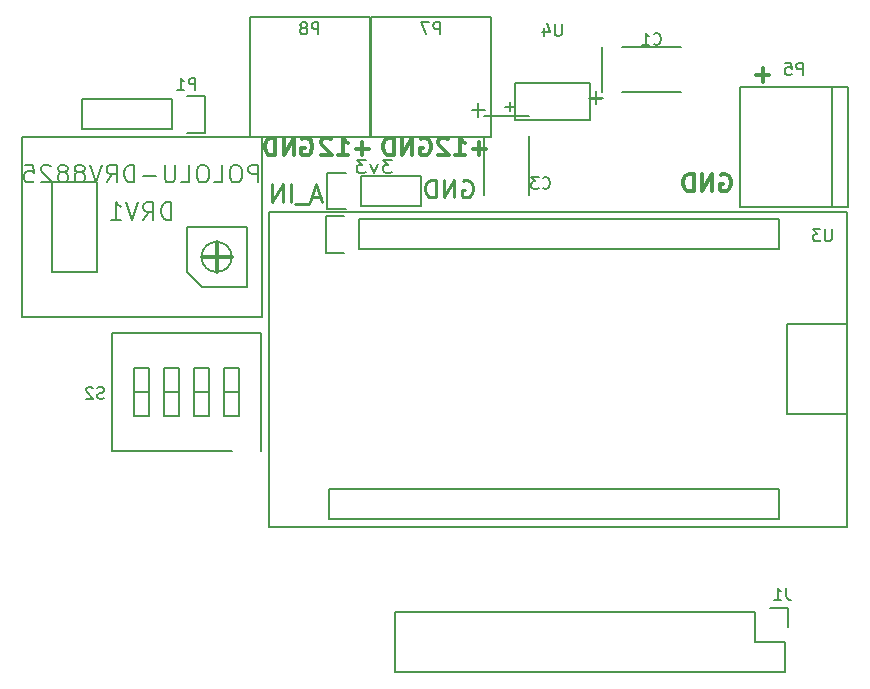
<source format=gbo>
G04 #@! TF.FileFunction,Legend,Bot*
%FSLAX46Y46*%
G04 Gerber Fmt 4.6, Leading zero omitted, Abs format (unit mm)*
G04 Created by KiCad (PCBNEW 4.0.2-stable) date 17/08/2016 11:41:13*
%MOMM*%
G01*
G04 APERTURE LIST*
%ADD10C,0.100000*%
%ADD11C,0.300000*%
%ADD12C,0.250000*%
%ADD13C,0.150000*%
G04 APERTURE END LIST*
D10*
D11*
X-11430143Y-13347000D02*
X-11287286Y-13275571D01*
X-11073000Y-13275571D01*
X-10858715Y-13347000D01*
X-10715857Y-13489857D01*
X-10644429Y-13632714D01*
X-10573000Y-13918429D01*
X-10573000Y-14132714D01*
X-10644429Y-14418429D01*
X-10715857Y-14561286D01*
X-10858715Y-14704143D01*
X-11073000Y-14775571D01*
X-11215857Y-14775571D01*
X-11430143Y-14704143D01*
X-11501572Y-14632714D01*
X-11501572Y-14132714D01*
X-11215857Y-14132714D01*
X-12144429Y-14775571D02*
X-12144429Y-13275571D01*
X-13001572Y-14775571D01*
X-13001572Y-13275571D01*
X-13715858Y-14775571D02*
X-13715858Y-13275571D01*
X-14073001Y-13275571D01*
X-14287286Y-13347000D01*
X-14430144Y-13489857D01*
X-14501572Y-13632714D01*
X-14573001Y-13918429D01*
X-14573001Y-14132714D01*
X-14501572Y-14418429D01*
X-14430144Y-14561286D01*
X-14287286Y-14704143D01*
X-14073001Y-14775571D01*
X-13715858Y-14775571D01*
X-8445428Y-4933143D02*
X-7302571Y-4933143D01*
X-7874000Y-5504571D02*
X-7874000Y-4361714D01*
X-46863143Y-10299000D02*
X-46720286Y-10227571D01*
X-46506000Y-10227571D01*
X-46291715Y-10299000D01*
X-46148857Y-10441857D01*
X-46077429Y-10584714D01*
X-46006000Y-10870429D01*
X-46006000Y-11084714D01*
X-46077429Y-11370429D01*
X-46148857Y-11513286D01*
X-46291715Y-11656143D01*
X-46506000Y-11727571D01*
X-46648857Y-11727571D01*
X-46863143Y-11656143D01*
X-46934572Y-11584714D01*
X-46934572Y-11084714D01*
X-46648857Y-11084714D01*
X-47577429Y-11727571D02*
X-47577429Y-10227571D01*
X-48434572Y-11727571D01*
X-48434572Y-10227571D01*
X-49148858Y-11727571D02*
X-49148858Y-10227571D01*
X-49506001Y-10227571D01*
X-49720286Y-10299000D01*
X-49863144Y-10441857D01*
X-49934572Y-10584714D01*
X-50006001Y-10870429D01*
X-50006001Y-11084714D01*
X-49934572Y-11370429D01*
X-49863144Y-11513286D01*
X-49720286Y-11656143D01*
X-49506001Y-11727571D01*
X-49148858Y-11727571D01*
X-41180001Y-11156143D02*
X-42322858Y-11156143D01*
X-41751429Y-11727571D02*
X-41751429Y-10584714D01*
X-43822858Y-11727571D02*
X-42965715Y-11727571D01*
X-43394287Y-11727571D02*
X-43394287Y-10227571D01*
X-43251430Y-10441857D01*
X-43108572Y-10584714D01*
X-42965715Y-10656143D01*
X-44394286Y-10370429D02*
X-44465715Y-10299000D01*
X-44608572Y-10227571D01*
X-44965715Y-10227571D01*
X-45108572Y-10299000D01*
X-45180001Y-10370429D01*
X-45251429Y-10513286D01*
X-45251429Y-10656143D01*
X-45180001Y-10870429D01*
X-44322858Y-11727571D01*
X-45251429Y-11727571D01*
X-36830143Y-10299000D02*
X-36687286Y-10227571D01*
X-36473000Y-10227571D01*
X-36258715Y-10299000D01*
X-36115857Y-10441857D01*
X-36044429Y-10584714D01*
X-35973000Y-10870429D01*
X-35973000Y-11084714D01*
X-36044429Y-11370429D01*
X-36115857Y-11513286D01*
X-36258715Y-11656143D01*
X-36473000Y-11727571D01*
X-36615857Y-11727571D01*
X-36830143Y-11656143D01*
X-36901572Y-11584714D01*
X-36901572Y-11084714D01*
X-36615857Y-11084714D01*
X-37544429Y-11727571D02*
X-37544429Y-10227571D01*
X-38401572Y-11727571D01*
X-38401572Y-10227571D01*
X-39115858Y-11727571D02*
X-39115858Y-10227571D01*
X-39473001Y-10227571D01*
X-39687286Y-10299000D01*
X-39830144Y-10441857D01*
X-39901572Y-10584714D01*
X-39973001Y-10870429D01*
X-39973001Y-11084714D01*
X-39901572Y-11370429D01*
X-39830144Y-11513286D01*
X-39687286Y-11656143D01*
X-39473001Y-11727571D01*
X-39115858Y-11727571D01*
X-31274001Y-11156143D02*
X-32416858Y-11156143D01*
X-31845429Y-11727571D02*
X-31845429Y-10584714D01*
X-33916858Y-11727571D02*
X-33059715Y-11727571D01*
X-33488287Y-11727571D02*
X-33488287Y-10227571D01*
X-33345430Y-10441857D01*
X-33202572Y-10584714D01*
X-33059715Y-10656143D01*
X-34488286Y-10370429D02*
X-34559715Y-10299000D01*
X-34702572Y-10227571D01*
X-35059715Y-10227571D01*
X-35202572Y-10299000D01*
X-35274001Y-10370429D01*
X-35345429Y-10513286D01*
X-35345429Y-10656143D01*
X-35274001Y-10870429D01*
X-34416858Y-11727571D01*
X-35345429Y-11727571D01*
D12*
X-33274143Y-13855000D02*
X-33131286Y-13783571D01*
X-32917000Y-13783571D01*
X-32702715Y-13855000D01*
X-32559857Y-13997857D01*
X-32488429Y-14140714D01*
X-32417000Y-14426429D01*
X-32417000Y-14640714D01*
X-32488429Y-14926429D01*
X-32559857Y-15069286D01*
X-32702715Y-15212143D01*
X-32917000Y-15283571D01*
X-33059857Y-15283571D01*
X-33274143Y-15212143D01*
X-33345572Y-15140714D01*
X-33345572Y-14640714D01*
X-33059857Y-14640714D01*
X-33988429Y-15283571D02*
X-33988429Y-13783571D01*
X-34845572Y-15283571D01*
X-34845572Y-13783571D01*
X-35559858Y-15283571D02*
X-35559858Y-13783571D01*
X-35917001Y-13783571D01*
X-36131286Y-13855000D01*
X-36274144Y-13997857D01*
X-36345572Y-14140714D01*
X-36417001Y-14426429D01*
X-36417001Y-14640714D01*
X-36345572Y-14926429D01*
X-36274144Y-15069286D01*
X-36131286Y-15212143D01*
X-35917001Y-15283571D01*
X-35559858Y-15283571D01*
D13*
X-39219381Y-12097619D02*
X-40024143Y-12097619D01*
X-39590810Y-12516667D01*
X-39776524Y-12516667D01*
X-39900334Y-12569048D01*
X-39962238Y-12621429D01*
X-40024143Y-12726190D01*
X-40024143Y-12988095D01*
X-39962238Y-13092857D01*
X-39900334Y-13145238D01*
X-39776524Y-13197619D01*
X-39405096Y-13197619D01*
X-39281286Y-13145238D01*
X-39219381Y-13092857D01*
X-40457476Y-12464286D02*
X-40767000Y-13197619D01*
X-41076524Y-12464286D01*
X-41447952Y-12097619D02*
X-42252714Y-12097619D01*
X-41819381Y-12516667D01*
X-42005095Y-12516667D01*
X-42128905Y-12569048D01*
X-42190809Y-12621429D01*
X-42252714Y-12726190D01*
X-42252714Y-12988095D01*
X-42190809Y-13092857D01*
X-42128905Y-13145238D01*
X-42005095Y-13197619D01*
X-41633667Y-13197619D01*
X-41509857Y-13145238D01*
X-41447952Y-13092857D01*
D12*
X-45299571Y-15236000D02*
X-46013857Y-15236000D01*
X-45156714Y-15664571D02*
X-45656714Y-14164571D01*
X-46156714Y-15664571D01*
X-46299571Y-15807429D02*
X-47442428Y-15807429D01*
X-47799571Y-15664571D02*
X-47799571Y-14164571D01*
X-48513857Y-15664571D02*
X-48513857Y-14164571D01*
X-49371000Y-15664571D01*
X-49371000Y-14164571D01*
D13*
X-51308000Y0D02*
X-41148000Y0D01*
X-46101000Y-10160000D02*
X-51308000Y-10160000D01*
X-51308000Y0D02*
X-51308000Y-10160000D01*
X-46228000Y-10160000D02*
X-41148000Y-10160000D01*
X-41148000Y-10160000D02*
X-41148000Y0D01*
X-5842000Y-33655000D02*
X-762000Y-33655000D01*
X-5842000Y-26035000D02*
X-5842000Y-33655000D01*
X-762000Y-26035000D02*
X-5842000Y-26035000D01*
X-762000Y-16510000D02*
X-49657000Y-16510000D01*
X-762000Y-43180000D02*
X-762000Y-16510000D01*
X-49657000Y-43180000D02*
X-762000Y-43180000D01*
X-49657000Y-16510000D02*
X-49657000Y-43180000D01*
X-42037000Y-17145000D02*
X-6477000Y-17145000D01*
X-6477000Y-17145000D02*
X-6477000Y-19685000D01*
X-6477000Y-19685000D02*
X-42037000Y-19685000D01*
X-44857000Y-19965000D02*
X-43307000Y-19965000D01*
X-42037000Y-19685000D02*
X-42037000Y-17145000D01*
X-43307000Y-16865000D02*
X-44857000Y-16865000D01*
X-44857000Y-16865000D02*
X-44857000Y-19965000D01*
X-6477000Y-40005000D02*
X-6477000Y-42545000D01*
X-44577000Y-40005000D02*
X-6477000Y-40005000D01*
X-44577000Y-42545000D02*
X-44577000Y-40005000D01*
X-6477000Y-42545000D02*
X-44577000Y-42545000D01*
X-21473160Y-6344920D02*
X-21473160Y-2545080D01*
X-14772640Y-6344920D02*
X-19771360Y-6344920D01*
X-14775180Y-2545080D02*
X-19773900Y-2545080D01*
X-21976080Y-7348220D02*
X-21976080Y-6248400D01*
X-22575520Y-6847840D02*
X-21376640Y-6847840D01*
X-52832000Y-20320000D02*
G75*
G03X-52832000Y-20320000I-1270000J0D01*
G01*
X-51562000Y-22860000D02*
X-51562000Y-17780000D01*
X-51562000Y-17780000D02*
X-56642000Y-17780000D01*
X-56642000Y-17780000D02*
X-56642000Y-21590000D01*
X-56642000Y-21590000D02*
X-55372000Y-22860000D01*
X-55372000Y-22860000D02*
X-51562000Y-22860000D01*
D11*
X-54102000Y-21590000D02*
X-54102000Y-19050000D01*
X-52832000Y-20320000D02*
X-55372000Y-20320000D01*
D13*
X-64262000Y-21590000D02*
X-64262000Y-13970000D01*
X-64262000Y-13970000D02*
X-68072000Y-13970000D01*
X-68072000Y-13970000D02*
X-68072000Y-21590000D01*
X-68072000Y-21590000D02*
X-64262000Y-21590000D01*
X-50292000Y-25400000D02*
X-50292000Y-10160000D01*
X-50292000Y-10160000D02*
X-70612000Y-10160000D01*
X-70612000Y-10160000D02*
X-70612000Y-25400000D01*
X-70612000Y-25400000D02*
X-50292000Y-25400000D01*
X-57912000Y-9525000D02*
X-65532000Y-9525000D01*
X-57912000Y-6985000D02*
X-65532000Y-6985000D01*
X-55092000Y-6705000D02*
X-56642000Y-6705000D01*
X-65532000Y-9525000D02*
X-65532000Y-6985000D01*
X-57912000Y-6985000D02*
X-57912000Y-9525000D01*
X-56642000Y-9805000D02*
X-55092000Y-9805000D01*
X-55092000Y-9805000D02*
X-55092000Y-6705000D01*
X-52192000Y-29720000D02*
X-52192000Y-33780000D01*
X-52192000Y-31750000D02*
X-53472000Y-31750000D01*
X-52192000Y-33780000D02*
X-53472000Y-33780000D01*
X-53472000Y-33780000D02*
X-53472000Y-29720000D01*
X-53472000Y-29720000D02*
X-52192000Y-29720000D01*
X-54732000Y-29720000D02*
X-54732000Y-33780000D01*
X-54732000Y-31750000D02*
X-56012000Y-31750000D01*
X-54732000Y-33780000D02*
X-56012000Y-33780000D01*
X-56012000Y-33780000D02*
X-56012000Y-29720000D01*
X-56012000Y-29720000D02*
X-54732000Y-29720000D01*
X-57272000Y-29720000D02*
X-57272000Y-33780000D01*
X-57272000Y-31750000D02*
X-58552000Y-31750000D01*
X-57272000Y-33780000D02*
X-58552000Y-33780000D01*
X-58552000Y-33780000D02*
X-58552000Y-29720000D01*
X-58552000Y-29720000D02*
X-57272000Y-29720000D01*
X-59812000Y-29720000D02*
X-59812000Y-33780000D01*
X-59812000Y-31750000D02*
X-61092000Y-31750000D01*
X-59812000Y-33780000D02*
X-61092000Y-33780000D01*
X-61092000Y-33780000D02*
X-61092000Y-29720000D01*
X-61092000Y-29720000D02*
X-59812000Y-29720000D01*
X-50352000Y-36770000D02*
X-50352000Y-26730000D01*
X-50352000Y-26730000D02*
X-62932000Y-26730000D01*
X-62932000Y-26730000D02*
X-62932000Y-36770000D01*
X-62932000Y-36770000D02*
X-52832000Y-36770000D01*
X-31490920Y-8371840D02*
X-27691080Y-8371840D01*
X-31490920Y-15072360D02*
X-31490920Y-10073640D01*
X-27691080Y-15069820D02*
X-27691080Y-10071100D01*
X-32494220Y-7868920D02*
X-31394400Y-7868920D01*
X-31993840Y-7269480D02*
X-31993840Y-8468360D01*
X-28829000Y-8763000D02*
X-22479000Y-8763000D01*
X-22479000Y-8763000D02*
X-22479000Y-5588000D01*
X-22479000Y-5588000D02*
X-28829000Y-5588000D01*
X-28829000Y-5588000D02*
X-28829000Y-8763000D01*
X-6017000Y-55435000D02*
X-39037000Y-55435000D01*
X-8557000Y-50355000D02*
X-39037000Y-50355000D01*
X-39037000Y-55435000D02*
X-39037000Y-50355000D01*
X-6017000Y-55435000D02*
X-6017000Y-52895000D01*
X-7287000Y-50075000D02*
X-5737000Y-50075000D01*
X-6017000Y-52895000D02*
X-8557000Y-52895000D01*
X-8557000Y-52895000D02*
X-8557000Y-50355000D01*
X-5737000Y-50075000D02*
X-5737000Y-51625000D01*
X-41910000Y-13462000D02*
X-36830000Y-13462000D01*
X-36830000Y-13462000D02*
X-36830000Y-16002000D01*
X-36830000Y-16002000D02*
X-41910000Y-16002000D01*
X-44730000Y-16282000D02*
X-43180000Y-16282000D01*
X-41910000Y-16002000D02*
X-41910000Y-13462000D01*
X-43180000Y-13182000D02*
X-44730000Y-13182000D01*
X-44730000Y-13182000D02*
X-44730000Y-16282000D01*
X-635000Y-16129000D02*
X-635000Y-5969000D01*
X-2032000Y-16129000D02*
X-2032000Y-5969000D01*
X-635000Y-16129000D02*
X-9779000Y-16129000D01*
X-9779000Y-16129000D02*
X-9779000Y-5969000D01*
X-9779000Y-5969000D02*
X-5207000Y-5969000D01*
X-5207000Y-5969000D02*
X-635000Y-5969000D01*
X-41021000Y0D02*
X-30861000Y0D01*
X-35814000Y-10160000D02*
X-41021000Y-10160000D01*
X-41021000Y0D02*
X-41021000Y-10160000D01*
X-35941000Y-10160000D02*
X-30861000Y-10160000D01*
X-30861000Y-10160000D02*
X-30861000Y0D01*
X-45489905Y-1468381D02*
X-45489905Y-468381D01*
X-45870858Y-468381D01*
X-45966096Y-516000D01*
X-46013715Y-563619D01*
X-46061334Y-658857D01*
X-46061334Y-801714D01*
X-46013715Y-896952D01*
X-45966096Y-944571D01*
X-45870858Y-992190D01*
X-45489905Y-992190D01*
X-46632762Y-896952D02*
X-46537524Y-849333D01*
X-46489905Y-801714D01*
X-46442286Y-706476D01*
X-46442286Y-658857D01*
X-46489905Y-563619D01*
X-46537524Y-516000D01*
X-46632762Y-468381D01*
X-46823239Y-468381D01*
X-46918477Y-516000D01*
X-46966096Y-563619D01*
X-47013715Y-658857D01*
X-47013715Y-706476D01*
X-46966096Y-801714D01*
X-46918477Y-849333D01*
X-46823239Y-896952D01*
X-46632762Y-896952D01*
X-46537524Y-944571D01*
X-46489905Y-992190D01*
X-46442286Y-1087429D01*
X-46442286Y-1277905D01*
X-46489905Y-1373143D01*
X-46537524Y-1420762D01*
X-46632762Y-1468381D01*
X-46823239Y-1468381D01*
X-46918477Y-1420762D01*
X-46966096Y-1373143D01*
X-47013715Y-1277905D01*
X-47013715Y-1087429D01*
X-46966096Y-992190D01*
X-46918477Y-944571D01*
X-46823239Y-896952D01*
X-2032095Y-17994381D02*
X-2032095Y-18803905D01*
X-2079714Y-18899143D01*
X-2127333Y-18946762D01*
X-2222571Y-18994381D01*
X-2413048Y-18994381D01*
X-2508286Y-18946762D01*
X-2555905Y-18899143D01*
X-2603524Y-18803905D01*
X-2603524Y-17994381D01*
X-2984476Y-17994381D02*
X-3603524Y-17994381D01*
X-3270190Y-18375333D01*
X-3413048Y-18375333D01*
X-3508286Y-18422952D01*
X-3555905Y-18470571D01*
X-3603524Y-18565810D01*
X-3603524Y-18803905D01*
X-3555905Y-18899143D01*
X-3508286Y-18946762D01*
X-3413048Y-18994381D01*
X-3127333Y-18994381D01*
X-3032095Y-18946762D01*
X-2984476Y-18899143D01*
X-17105334Y-2262143D02*
X-17057715Y-2309762D01*
X-16914858Y-2357381D01*
X-16819620Y-2357381D01*
X-16676762Y-2309762D01*
X-16581524Y-2214524D01*
X-16533905Y-2119286D01*
X-16486286Y-1928810D01*
X-16486286Y-1785952D01*
X-16533905Y-1595476D01*
X-16581524Y-1500238D01*
X-16676762Y-1405000D01*
X-16819620Y-1357381D01*
X-16914858Y-1357381D01*
X-17057715Y-1405000D01*
X-17105334Y-1452619D01*
X-18057715Y-2357381D02*
X-17486286Y-2357381D01*
X-17772000Y-2357381D02*
X-17772000Y-1357381D01*
X-17676762Y-1500238D01*
X-17581524Y-1595476D01*
X-17486286Y-1643095D01*
X-21592588Y-6916729D02*
X-22354493Y-6916729D01*
X-21973541Y-7297681D02*
X-21973541Y-6535776D01*
X-57952001Y-17188571D02*
X-57952001Y-15688571D01*
X-58309144Y-15688571D01*
X-58523429Y-15760000D01*
X-58666287Y-15902857D01*
X-58737715Y-16045714D01*
X-58809144Y-16331429D01*
X-58809144Y-16545714D01*
X-58737715Y-16831429D01*
X-58666287Y-16974286D01*
X-58523429Y-17117143D01*
X-58309144Y-17188571D01*
X-57952001Y-17188571D01*
X-60309144Y-17188571D02*
X-59809144Y-16474286D01*
X-59452001Y-17188571D02*
X-59452001Y-15688571D01*
X-60023429Y-15688571D01*
X-60166287Y-15760000D01*
X-60237715Y-15831429D01*
X-60309144Y-15974286D01*
X-60309144Y-16188571D01*
X-60237715Y-16331429D01*
X-60166287Y-16402857D01*
X-60023429Y-16474286D01*
X-59452001Y-16474286D01*
X-60737715Y-15688571D02*
X-61237715Y-17188571D01*
X-61737715Y-15688571D01*
X-63023429Y-17188571D02*
X-62166286Y-17188571D01*
X-62594858Y-17188571D02*
X-62594858Y-15688571D01*
X-62452001Y-15902857D01*
X-62309143Y-16045714D01*
X-62166286Y-16117143D01*
X-50559143Y-14013571D02*
X-50559143Y-12513571D01*
X-51130571Y-12513571D01*
X-51273429Y-12585000D01*
X-51344857Y-12656429D01*
X-51416286Y-12799286D01*
X-51416286Y-13013571D01*
X-51344857Y-13156429D01*
X-51273429Y-13227857D01*
X-51130571Y-13299286D01*
X-50559143Y-13299286D01*
X-52344857Y-12513571D02*
X-52630571Y-12513571D01*
X-52773429Y-12585000D01*
X-52916286Y-12727857D01*
X-52987714Y-13013571D01*
X-52987714Y-13513571D01*
X-52916286Y-13799286D01*
X-52773429Y-13942143D01*
X-52630571Y-14013571D01*
X-52344857Y-14013571D01*
X-52202000Y-13942143D01*
X-52059143Y-13799286D01*
X-51987714Y-13513571D01*
X-51987714Y-13013571D01*
X-52059143Y-12727857D01*
X-52202000Y-12585000D01*
X-52344857Y-12513571D01*
X-54344858Y-14013571D02*
X-53630572Y-14013571D01*
X-53630572Y-12513571D01*
X-55130572Y-12513571D02*
X-55416286Y-12513571D01*
X-55559144Y-12585000D01*
X-55702001Y-12727857D01*
X-55773429Y-13013571D01*
X-55773429Y-13513571D01*
X-55702001Y-13799286D01*
X-55559144Y-13942143D01*
X-55416286Y-14013571D01*
X-55130572Y-14013571D01*
X-54987715Y-13942143D01*
X-54844858Y-13799286D01*
X-54773429Y-13513571D01*
X-54773429Y-13013571D01*
X-54844858Y-12727857D01*
X-54987715Y-12585000D01*
X-55130572Y-12513571D01*
X-57130573Y-14013571D02*
X-56416287Y-14013571D01*
X-56416287Y-12513571D01*
X-57630573Y-12513571D02*
X-57630573Y-13727857D01*
X-57702001Y-13870714D01*
X-57773430Y-13942143D01*
X-57916287Y-14013571D01*
X-58202001Y-14013571D01*
X-58344859Y-13942143D01*
X-58416287Y-13870714D01*
X-58487716Y-13727857D01*
X-58487716Y-12513571D01*
X-59202002Y-13442143D02*
X-60344859Y-13442143D01*
X-61059145Y-14013571D02*
X-61059145Y-12513571D01*
X-61416288Y-12513571D01*
X-61630573Y-12585000D01*
X-61773431Y-12727857D01*
X-61844859Y-12870714D01*
X-61916288Y-13156429D01*
X-61916288Y-13370714D01*
X-61844859Y-13656429D01*
X-61773431Y-13799286D01*
X-61630573Y-13942143D01*
X-61416288Y-14013571D01*
X-61059145Y-14013571D01*
X-63416288Y-14013571D02*
X-62916288Y-13299286D01*
X-62559145Y-14013571D02*
X-62559145Y-12513571D01*
X-63130573Y-12513571D01*
X-63273431Y-12585000D01*
X-63344859Y-12656429D01*
X-63416288Y-12799286D01*
X-63416288Y-13013571D01*
X-63344859Y-13156429D01*
X-63273431Y-13227857D01*
X-63130573Y-13299286D01*
X-62559145Y-13299286D01*
X-63844859Y-12513571D02*
X-64344859Y-14013571D01*
X-64844859Y-12513571D01*
X-65559145Y-13156429D02*
X-65416287Y-13085000D01*
X-65344859Y-13013571D01*
X-65273430Y-12870714D01*
X-65273430Y-12799286D01*
X-65344859Y-12656429D01*
X-65416287Y-12585000D01*
X-65559145Y-12513571D01*
X-65844859Y-12513571D01*
X-65987716Y-12585000D01*
X-66059145Y-12656429D01*
X-66130573Y-12799286D01*
X-66130573Y-12870714D01*
X-66059145Y-13013571D01*
X-65987716Y-13085000D01*
X-65844859Y-13156429D01*
X-65559145Y-13156429D01*
X-65416287Y-13227857D01*
X-65344859Y-13299286D01*
X-65273430Y-13442143D01*
X-65273430Y-13727857D01*
X-65344859Y-13870714D01*
X-65416287Y-13942143D01*
X-65559145Y-14013571D01*
X-65844859Y-14013571D01*
X-65987716Y-13942143D01*
X-66059145Y-13870714D01*
X-66130573Y-13727857D01*
X-66130573Y-13442143D01*
X-66059145Y-13299286D01*
X-65987716Y-13227857D01*
X-65844859Y-13156429D01*
X-66987716Y-13156429D02*
X-66844858Y-13085000D01*
X-66773430Y-13013571D01*
X-66702001Y-12870714D01*
X-66702001Y-12799286D01*
X-66773430Y-12656429D01*
X-66844858Y-12585000D01*
X-66987716Y-12513571D01*
X-67273430Y-12513571D01*
X-67416287Y-12585000D01*
X-67487716Y-12656429D01*
X-67559144Y-12799286D01*
X-67559144Y-12870714D01*
X-67487716Y-13013571D01*
X-67416287Y-13085000D01*
X-67273430Y-13156429D01*
X-66987716Y-13156429D01*
X-66844858Y-13227857D01*
X-66773430Y-13299286D01*
X-66702001Y-13442143D01*
X-66702001Y-13727857D01*
X-66773430Y-13870714D01*
X-66844858Y-13942143D01*
X-66987716Y-14013571D01*
X-67273430Y-14013571D01*
X-67416287Y-13942143D01*
X-67487716Y-13870714D01*
X-67559144Y-13727857D01*
X-67559144Y-13442143D01*
X-67487716Y-13299286D01*
X-67416287Y-13227857D01*
X-67273430Y-13156429D01*
X-68130572Y-12656429D02*
X-68202001Y-12585000D01*
X-68344858Y-12513571D01*
X-68702001Y-12513571D01*
X-68844858Y-12585000D01*
X-68916287Y-12656429D01*
X-68987715Y-12799286D01*
X-68987715Y-12942143D01*
X-68916287Y-13156429D01*
X-68059144Y-14013571D01*
X-68987715Y-14013571D01*
X-70344858Y-12513571D02*
X-69630572Y-12513571D01*
X-69559143Y-13227857D01*
X-69630572Y-13156429D01*
X-69773429Y-13085000D01*
X-70130572Y-13085000D01*
X-70273429Y-13156429D01*
X-70344858Y-13227857D01*
X-70416286Y-13370714D01*
X-70416286Y-13727857D01*
X-70344858Y-13870714D01*
X-70273429Y-13942143D01*
X-70130572Y-14013571D01*
X-69773429Y-14013571D01*
X-69630572Y-13942143D01*
X-69559143Y-13870714D01*
X-55903905Y-6167381D02*
X-55903905Y-5167381D01*
X-56284858Y-5167381D01*
X-56380096Y-5215000D01*
X-56427715Y-5262619D01*
X-56475334Y-5357857D01*
X-56475334Y-5500714D01*
X-56427715Y-5595952D01*
X-56380096Y-5643571D01*
X-56284858Y-5691190D01*
X-55903905Y-5691190D01*
X-57427715Y-6167381D02*
X-56856286Y-6167381D01*
X-57142000Y-6167381D02*
X-57142000Y-5167381D01*
X-57046762Y-5310238D01*
X-56951524Y-5405476D01*
X-56856286Y-5453095D01*
X-63627095Y-32281762D02*
X-63769952Y-32329381D01*
X-64008048Y-32329381D01*
X-64103286Y-32281762D01*
X-64150905Y-32234143D01*
X-64198524Y-32138905D01*
X-64198524Y-32043667D01*
X-64150905Y-31948429D01*
X-64103286Y-31900810D01*
X-64008048Y-31853190D01*
X-63817571Y-31805571D01*
X-63722333Y-31757952D01*
X-63674714Y-31710333D01*
X-63627095Y-31615095D01*
X-63627095Y-31519857D01*
X-63674714Y-31424619D01*
X-63722333Y-31377000D01*
X-63817571Y-31329381D01*
X-64055667Y-31329381D01*
X-64198524Y-31377000D01*
X-64579476Y-31424619D02*
X-64627095Y-31377000D01*
X-64722333Y-31329381D01*
X-64960429Y-31329381D01*
X-65055667Y-31377000D01*
X-65103286Y-31424619D01*
X-65150905Y-31519857D01*
X-65150905Y-31615095D01*
X-65103286Y-31757952D01*
X-64531857Y-32329381D01*
X-65150905Y-32329381D01*
X-26503334Y-14454143D02*
X-26455715Y-14501762D01*
X-26312858Y-14549381D01*
X-26217620Y-14549381D01*
X-26074762Y-14501762D01*
X-25979524Y-14406524D01*
X-25931905Y-14311286D01*
X-25884286Y-14120810D01*
X-25884286Y-13977952D01*
X-25931905Y-13787476D01*
X-25979524Y-13692238D01*
X-26074762Y-13597000D01*
X-26217620Y-13549381D01*
X-26312858Y-13549381D01*
X-26455715Y-13597000D01*
X-26503334Y-13644619D01*
X-26836667Y-13549381D02*
X-27455715Y-13549381D01*
X-27122381Y-13930333D01*
X-27265239Y-13930333D01*
X-27360477Y-13977952D01*
X-27408096Y-14025571D01*
X-27455715Y-14120810D01*
X-27455715Y-14358905D01*
X-27408096Y-14454143D01*
X-27360477Y-14501762D01*
X-27265239Y-14549381D01*
X-26979524Y-14549381D01*
X-26884286Y-14501762D01*
X-26836667Y-14454143D01*
X-29265571Y-7239048D02*
X-29265571Y-8000953D01*
X-28884619Y-7620001D02*
X-29646524Y-7620001D01*
X-24892095Y-595381D02*
X-24892095Y-1404905D01*
X-24939714Y-1500143D01*
X-24987333Y-1547762D01*
X-25082571Y-1595381D01*
X-25273048Y-1595381D01*
X-25368286Y-1547762D01*
X-25415905Y-1500143D01*
X-25463524Y-1404905D01*
X-25463524Y-595381D01*
X-26368286Y-928714D02*
X-26368286Y-1595381D01*
X-26130190Y-547762D02*
X-25892095Y-1262048D01*
X-26511143Y-1262048D01*
X-5889667Y-48347381D02*
X-5889667Y-49061667D01*
X-5842047Y-49204524D01*
X-5746809Y-49299762D01*
X-5603952Y-49347381D01*
X-5508714Y-49347381D01*
X-6889667Y-49347381D02*
X-6318238Y-49347381D01*
X-6603952Y-49347381D02*
X-6603952Y-48347381D01*
X-6508714Y-48490238D01*
X-6413476Y-48585476D01*
X-6318238Y-48633095D01*
X-4468905Y-4897381D02*
X-4468905Y-3897381D01*
X-4849858Y-3897381D01*
X-4945096Y-3945000D01*
X-4992715Y-3992619D01*
X-5040334Y-4087857D01*
X-5040334Y-4230714D01*
X-4992715Y-4325952D01*
X-4945096Y-4373571D01*
X-4849858Y-4421190D01*
X-4468905Y-4421190D01*
X-5945096Y-3897381D02*
X-5468905Y-3897381D01*
X-5421286Y-4373571D01*
X-5468905Y-4325952D01*
X-5564143Y-4278333D01*
X-5802239Y-4278333D01*
X-5897477Y-4325952D01*
X-5945096Y-4373571D01*
X-5992715Y-4468810D01*
X-5992715Y-4706905D01*
X-5945096Y-4802143D01*
X-5897477Y-4849762D01*
X-5802239Y-4897381D01*
X-5564143Y-4897381D01*
X-5468905Y-4849762D01*
X-5421286Y-4802143D01*
X-35202905Y-1468381D02*
X-35202905Y-468381D01*
X-35583858Y-468381D01*
X-35679096Y-516000D01*
X-35726715Y-563619D01*
X-35774334Y-658857D01*
X-35774334Y-801714D01*
X-35726715Y-896952D01*
X-35679096Y-944571D01*
X-35583858Y-992190D01*
X-35202905Y-992190D01*
X-36107667Y-468381D02*
X-36774334Y-468381D01*
X-36345762Y-1468381D01*
M02*

</source>
